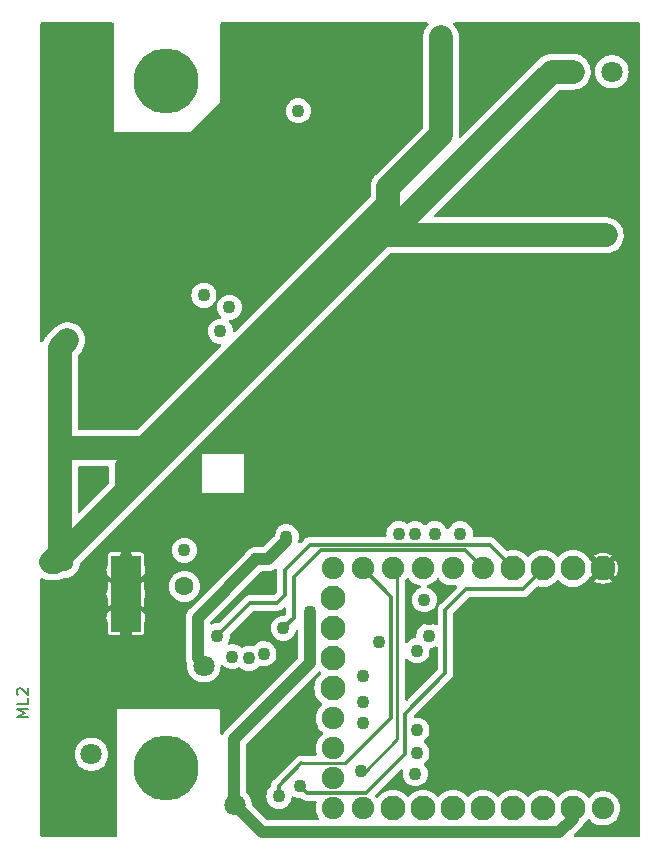
<source format=gbr>
%TF.GenerationSoftware,KiCad,Pcbnew,7.0.8*%
%TF.CreationDate,2024-06-11T21:18:20+02:00*%
%TF.ProjectId,Stima V4 GSM R1_1,5374696d-6120-4563-9420-47534d205231,rev?*%
%TF.SameCoordinates,Original*%
%TF.FileFunction,Copper,L3,Inr*%
%TF.FilePolarity,Positive*%
%FSLAX46Y46*%
G04 Gerber Fmt 4.6, Leading zero omitted, Abs format (unit mm)*
G04 Created by KiCad (PCBNEW 7.0.8) date 2024-06-11 21:18:20*
%MOMM*%
%LPD*%
G01*
G04 APERTURE LIST*
%ADD10C,0.150000*%
%TA.AperFunction,NonConductor*%
%ADD11C,0.150000*%
%TD*%
%TA.AperFunction,ComponentPad*%
%ADD12C,5.500000*%
%TD*%
%TA.AperFunction,ComponentPad*%
%ADD13C,1.900000*%
%TD*%
%TA.AperFunction,ComponentPad*%
%ADD14C,2.100000*%
%TD*%
%TA.AperFunction,ComponentPad*%
%ADD15C,0.500000*%
%TD*%
%TA.AperFunction,ComponentPad*%
%ADD16R,2.560000X6.500000*%
%TD*%
%TA.AperFunction,ViaPad*%
%ADD17C,1.600000*%
%TD*%
%TA.AperFunction,ViaPad*%
%ADD18C,1.800000*%
%TD*%
%TA.AperFunction,ViaPad*%
%ADD19C,1.100000*%
%TD*%
%TA.AperFunction,Conductor*%
%ADD20C,2.000000*%
%TD*%
%TA.AperFunction,Conductor*%
%ADD21C,1.000000*%
%TD*%
%TA.AperFunction,Conductor*%
%ADD22C,0.300000*%
%TD*%
%TA.AperFunction,Conductor*%
%ADD23C,0.250000*%
%TD*%
%TA.AperFunction,Conductor*%
%ADD24C,0.280000*%
%TD*%
G04 APERTURE END LIST*
D10*
D11*
X122018419Y-129241320D02*
X121018419Y-129241320D01*
X121018419Y-129241320D02*
X121732704Y-128907987D01*
X121732704Y-128907987D02*
X121018419Y-128574654D01*
X121018419Y-128574654D02*
X122018419Y-128574654D01*
X122018419Y-127622273D02*
X122018419Y-128098463D01*
X122018419Y-128098463D02*
X121018419Y-128098463D01*
X121113657Y-127336558D02*
X121066038Y-127288939D01*
X121066038Y-127288939D02*
X121018419Y-127193701D01*
X121018419Y-127193701D02*
X121018419Y-126955606D01*
X121018419Y-126955606D02*
X121066038Y-126860368D01*
X121066038Y-126860368D02*
X121113657Y-126812749D01*
X121113657Y-126812749D02*
X121208895Y-126765130D01*
X121208895Y-126765130D02*
X121304133Y-126765130D01*
X121304133Y-126765130D02*
X121446990Y-126812749D01*
X121446990Y-126812749D02*
X122018419Y-127384177D01*
X122018419Y-127384177D02*
X122018419Y-126765130D01*
D12*
%TO.N,unconnected-(A3-A-Pad1)*%
%TO.C,A3*%
X133705600Y-133515100D03*
%TD*%
D13*
%TO.N,+5V*%
%TO.C,U3*%
X170662600Y-136944100D03*
D14*
%TO.N,+3V3*%
X168122600Y-136944100D03*
%TO.N,unconnected-(U3-D7-Pad3)*%
X165582600Y-136944100D03*
%TO.N,unconnected-(U3-D8-Pad4)*%
X163042600Y-136944100D03*
%TO.N,unconnected-(U3-D9-Pad5)*%
X160502600Y-136944100D03*
%TO.N,unconnected-(U3-D10-Pad6)*%
X157962600Y-136944100D03*
%TO.N,unconnected-(U3-D11-Pad7)*%
X155422600Y-136944100D03*
%TO.N,unconnected-(U3-D12-Pad8)*%
X152882600Y-136944100D03*
D13*
%TO.N,unconnected-(U3-D13-Pad9)*%
X150342600Y-136944100D03*
%TO.N,unconnected-(U3-REF-Pad10)*%
X147802600Y-136944100D03*
%TO.N,unconnected-(U3-A0-Pad11)*%
X147802600Y-134404100D03*
%TO.N,unconnected-(U3-A1-Pad12)*%
X147802600Y-131864100D03*
%TO.N,unconnected-(U3-A2-Pad13)*%
X147802600Y-129324100D03*
D14*
%TO.N,unconnected-(U3-A3-Pad14)*%
X147802600Y-126784100D03*
%TO.N,unconnected-(U3-A4-Pad15)*%
X147802600Y-124244100D03*
%TO.N,unconnected-(U3-A5-Pad16)*%
X147802600Y-121704100D03*
%TO.N,unconnected-(U3-A6-Pad17)*%
X147802600Y-119164100D03*
D13*
%TO.N,unconnected-(U3-A7-Pad18)*%
X147802600Y-116624100D03*
%TO.N,/USART2_RX*%
X150342600Y-116624100D03*
%TO.N,/USART2_TX*%
X152882600Y-116624100D03*
%TO.N,unconnected-(U3-D2-Pad21)*%
X155422600Y-116624100D03*
%TO.N,unconnected-(U3-D3-Pad22)*%
X157962600Y-116624100D03*
%TO.N,/EN_PW_GSM*%
X160502600Y-116624100D03*
D14*
%TO.N,/PWRKEY*%
X163042600Y-116624100D03*
%TO.N,/RI*%
X165582600Y-116624100D03*
%TO.N,/RST*%
X168122600Y-116624100D03*
%TO.N,GND*%
X170662600Y-116624100D03*
%TD*%
D15*
%TO.N,*%
%TO.C,U5*%
X129387600Y-120815100D03*
X130276600Y-120815100D03*
X131165600Y-120815100D03*
X129387600Y-118783100D03*
X131165600Y-118783100D03*
X129387600Y-116751100D03*
X130276600Y-116751100D03*
X131165600Y-116751100D03*
D16*
%TO.N,GND*%
X130276600Y-118783100D03*
%TD*%
D12*
%TO.N,unconnected-(A4-A-Pad1)*%
%TO.C,A4*%
X133705600Y-75349100D03*
%TD*%
D17*
%TO.N,+3V8*%
X125069600Y-116116100D03*
D18*
X171426200Y-74585500D03*
D19*
X168122600Y-74587100D03*
X125323600Y-97320100D03*
X170916600Y-88430100D03*
D17*
X123926600Y-116116100D03*
D19*
X156946600Y-71666100D03*
D18*
%TO.N,+1V8*%
X136882200Y-124877500D03*
D19*
X141325600Y-115862100D03*
X143865600Y-113957100D03*
%TO.N,GND*%
X130276600Y-115608100D03*
D18*
X171426200Y-78649500D03*
D19*
X167614600Y-81572100D03*
X135039100Y-111734600D03*
X147548600Y-108877100D03*
X130276600Y-119799100D03*
X172821600Y-138341100D03*
X155930600Y-120942100D03*
X153390600Y-77381100D03*
X170789600Y-92875100D03*
X129768600Y-86271100D03*
X141833600Y-121577100D03*
X143103600Y-130848100D03*
X130276600Y-122085100D03*
X151485600Y-108877100D03*
D18*
X125960200Y-127036500D03*
D19*
X134975600Y-127927100D03*
X142468600Y-113576100D03*
X161264600Y-112687100D03*
X154914600Y-125260100D03*
X142468600Y-117386100D03*
X130276600Y-117767100D03*
X128371600Y-108750100D03*
X145897600Y-76365100D03*
X130276600Y-90589100D03*
X170662600Y-113830100D03*
%TO.N,+5V*%
X135229600Y-115100100D03*
D17*
X135229600Y-118148100D03*
D18*
X127357200Y-132370500D03*
%TO.N,+3V3*%
X139549200Y-136688500D03*
D19*
X145897600Y-120307100D03*
%TO.N,Net-(DZ5-TVS2)*%
X155549600Y-119291100D03*
X158597600Y-113703100D03*
X154914600Y-123609100D03*
%TO.N,Net-(DZ5-TVS1)*%
X154787600Y-134023100D03*
X155930600Y-122339100D03*
%TO.N,Net-(DZ5-TVS5)*%
X154914600Y-130340100D03*
X151739600Y-122847100D03*
%TO.N,/PWRKEY*%
X138023600Y-122339100D03*
%TO.N,Net-(U1-USIM_DATA)*%
X150342600Y-129705100D03*
X153390600Y-113703100D03*
%TO.N,Net-(U1-USIM_RTS)*%
X150342600Y-125768100D03*
X154787600Y-113703100D03*
%TO.N,/EN_PW_GSM*%
X143611600Y-121704100D03*
%TO.N,Net-(U1-USIM_CLK)*%
X150342600Y-127927100D03*
X156438600Y-113703100D03*
%TO.N,Net-(U1-USIM_DET)*%
X144881600Y-77889100D03*
X154914600Y-132245100D03*
%TO.N,Net-(U1-RXD)*%
X139293600Y-124117100D03*
X136880600Y-93510100D03*
%TO.N,Net-(U1-RI)*%
X141960600Y-123863100D03*
X139039600Y-94526100D03*
%TO.N,Net-(U1-TXD)*%
X138277600Y-96558100D03*
X140690600Y-124244100D03*
%TO.N,/USART2_RX*%
X143230600Y-135928100D03*
%TO.N,/USART2_TX*%
X150215600Y-133769100D03*
%TO.N,/RI*%
X145008600Y-135039100D03*
%TD*%
D20*
%TO.N,+3V8*%
X124307600Y-116116100D02*
X130340100Y-110083600D01*
X124688600Y-106464100D02*
X131800600Y-106464100D01*
X123926600Y-116116100D02*
X124688600Y-115354100D01*
X124688600Y-115354100D02*
X124688600Y-106464100D01*
X166344600Y-74587100D02*
X168122600Y-74587100D01*
X124688600Y-97955100D02*
X125323600Y-97320100D01*
X152501600Y-87922100D02*
X152501600Y-85763100D01*
X130340100Y-110083600D02*
X130340100Y-107924600D01*
X156946600Y-79921100D02*
X156946600Y-71666100D01*
X124688600Y-106464100D02*
X124688600Y-97955100D01*
X152501600Y-85763100D02*
X152501600Y-85509100D01*
X152501600Y-88430100D02*
X170916600Y-88430100D01*
X131800600Y-106464100D02*
X152501600Y-85763100D01*
X152501600Y-85763100D02*
X152501600Y-84366100D01*
X130340100Y-107924600D02*
X131800600Y-106464100D01*
X152501600Y-84366100D02*
X156946600Y-79921100D01*
X130340100Y-110083600D02*
X152501600Y-87922100D01*
X152501600Y-88430100D02*
X166344600Y-74587100D01*
X152501600Y-88430100D02*
X152501600Y-87922100D01*
X123926600Y-116116100D02*
X124307600Y-116116100D01*
D21*
%TO.N,+1V8*%
X143846470Y-113976230D02*
X143865600Y-113957100D01*
X143846470Y-114357230D02*
X143846470Y-113976230D01*
X136372600Y-124262860D02*
X136880600Y-124770860D01*
X142341600Y-115862100D02*
X143846470Y-114357230D01*
X136372600Y-124262860D02*
X136372600Y-120815100D01*
X136372600Y-120815100D02*
X141325600Y-115862100D01*
X141325600Y-115862100D02*
X142341600Y-115862100D01*
X136880600Y-124879100D02*
X136880600Y-124770860D01*
%TO.N,+3V3*%
X145897600Y-124625100D02*
X145897600Y-120307100D01*
X139420600Y-136563100D02*
X139420600Y-131102100D01*
X166979600Y-138976100D02*
X168122600Y-137833100D01*
X139547600Y-136690100D02*
X141833600Y-138976100D01*
X168122600Y-137833100D02*
X168122600Y-136944100D01*
X139420600Y-131102100D02*
X145897600Y-124625100D01*
X141833600Y-138976100D02*
X166979600Y-138976100D01*
X139420600Y-136563100D02*
X139547600Y-136690100D01*
D22*
%TO.N,/PWRKEY*%
X161068600Y-114650100D02*
X163042600Y-116624100D01*
X143103600Y-119545100D02*
X143738600Y-118910100D01*
X140817600Y-119545100D02*
X143103600Y-119545100D01*
X143738600Y-116751100D02*
X145839600Y-114650100D01*
X138023600Y-122339100D02*
X140817600Y-119545100D01*
X145839600Y-114650100D02*
X161068600Y-114650100D01*
X143738600Y-118910100D02*
X143738600Y-116751100D01*
%TO.N,/EN_PW_GSM*%
X146786600Y-115100100D02*
X158978600Y-115100100D01*
X144500600Y-117386100D02*
X146786600Y-115100100D01*
X143611600Y-121704100D02*
X144500600Y-120815100D01*
X144500600Y-120815100D02*
X144500600Y-117386100D01*
X158978600Y-115100100D02*
X160502600Y-116624100D01*
%TO.N,/USART2_RX*%
X143230600Y-135547100D02*
X143230600Y-135039100D01*
X143230600Y-135039100D02*
X145135600Y-133134100D01*
D23*
X145135600Y-133134100D02*
X148945600Y-133134100D01*
D22*
X148945600Y-133134100D02*
X152755600Y-129324100D01*
X152755600Y-129324100D02*
X152755600Y-119037100D01*
X150342600Y-116624100D02*
X152755600Y-119037100D01*
D24*
%TO.N,/USART2_TX*%
X152882600Y-116624100D02*
X153263600Y-117005100D01*
X153263600Y-131102100D02*
X153263600Y-117005100D01*
X150406100Y-133959600D02*
X153263600Y-131102100D01*
D22*
%TO.N,/RI*%
X159105600Y-118402100D02*
X163931600Y-118402100D01*
X157327600Y-120180100D02*
X159105600Y-118402100D01*
X145623600Y-135654100D02*
X150616600Y-135654100D01*
X150616600Y-135654100D02*
X153898600Y-132372100D01*
X153898600Y-128943100D02*
X157327600Y-125514100D01*
X145008600Y-135039100D02*
X145623600Y-135654100D01*
X153898600Y-132372100D02*
X153898600Y-128943100D01*
X163931600Y-118402100D02*
X165709600Y-116624100D01*
X157327600Y-125514100D02*
X157327600Y-120180100D01*
%TD*%
%TA.AperFunction,Conductor*%
%TO.N,GND*%
G36*
X130157081Y-118918009D02*
G01*
X130233466Y-118958100D01*
X130297847Y-118958100D01*
X130360360Y-118942692D01*
X130414842Y-118894424D01*
X130421436Y-118952944D01*
X130421438Y-118952952D01*
X130427998Y-118971699D01*
X130431559Y-119041478D01*
X130396830Y-119102105D01*
X130334836Y-119134332D01*
X130310956Y-119136653D01*
X130242244Y-119136653D01*
X130175205Y-119116968D01*
X130129450Y-119064164D01*
X130119506Y-118995006D01*
X130125202Y-118971699D01*
X130131713Y-118953090D01*
X130131762Y-118952950D01*
X130131763Y-118952944D01*
X130138699Y-118891379D01*
X130157081Y-118918009D01*
G37*
%TD.AperFunction*%
%TA.AperFunction,Conductor*%
G36*
X130377995Y-118449232D02*
G01*
X130423750Y-118502036D01*
X130433694Y-118571194D01*
X130427998Y-118594501D01*
X130421438Y-118613247D01*
X130421436Y-118613255D01*
X130414499Y-118674819D01*
X130396119Y-118648191D01*
X130319734Y-118608100D01*
X130255353Y-118608100D01*
X130192840Y-118623508D01*
X130138356Y-118671776D01*
X130131763Y-118613255D01*
X130131761Y-118613247D01*
X130125202Y-118594501D01*
X130121641Y-118524722D01*
X130156370Y-118464095D01*
X130218364Y-118431868D01*
X130242244Y-118429547D01*
X130310956Y-118429547D01*
X130377995Y-118449232D01*
G37*
%TD.AperFunction*%
%TA.AperFunction,Conductor*%
G36*
X173780639Y-70415785D02*
G01*
X173826394Y-70468589D01*
X173837600Y-70520100D01*
X173837600Y-139233100D01*
X173817915Y-139300139D01*
X173765111Y-139345894D01*
X173713600Y-139357100D01*
X168324195Y-139357100D01*
X168257156Y-139337415D01*
X168211401Y-139284611D01*
X168201457Y-139215453D01*
X168230482Y-139151897D01*
X168236514Y-139145419D01*
X168798544Y-138583388D01*
X168803013Y-138579338D01*
X168839168Y-138549668D01*
X168965195Y-138396104D01*
X169058841Y-138220904D01*
X169059306Y-138219370D01*
X169059771Y-138218659D01*
X169061171Y-138215280D01*
X169061808Y-138215544D01*
X169097434Y-138161075D01*
X169228033Y-138049533D01*
X169363316Y-137891137D01*
X169421820Y-137852947D01*
X169491687Y-137852448D01*
X169548832Y-137887689D01*
X169671395Y-138020827D01*
X169671405Y-138020836D01*
X169862133Y-138169286D01*
X169862139Y-138169290D01*
X169862142Y-138169292D01*
X170074719Y-138284333D01*
X170193429Y-138325086D01*
X170303328Y-138362815D01*
X170303330Y-138362815D01*
X170303332Y-138362816D01*
X170541745Y-138402600D01*
X170541746Y-138402600D01*
X170783454Y-138402600D01*
X170783455Y-138402600D01*
X171021868Y-138362816D01*
X171250481Y-138284333D01*
X171463058Y-138169292D01*
X171653801Y-138020831D01*
X171817506Y-137843000D01*
X171949709Y-137640649D01*
X172046803Y-137419297D01*
X172106139Y-137184984D01*
X172122153Y-136991721D01*
X172126099Y-136944105D01*
X172126099Y-136944094D01*
X172111971Y-136773600D01*
X172106139Y-136703216D01*
X172046803Y-136468903D01*
X171949709Y-136247551D01*
X171948010Y-136244951D01*
X171817507Y-136045202D01*
X171817506Y-136045200D01*
X171653801Y-135867369D01*
X171653796Y-135867365D01*
X171653794Y-135867363D01*
X171463066Y-135718913D01*
X171463060Y-135718909D01*
X171250482Y-135603867D01*
X171250473Y-135603864D01*
X171021871Y-135525384D01*
X170809565Y-135489957D01*
X170783455Y-135485600D01*
X170541745Y-135485600D01*
X170515635Y-135489957D01*
X170303328Y-135525384D01*
X170074726Y-135603864D01*
X170074717Y-135603867D01*
X169862139Y-135718909D01*
X169862133Y-135718913D01*
X169671405Y-135867363D01*
X169671401Y-135867367D01*
X169548832Y-136000511D01*
X169488945Y-136036501D01*
X169419107Y-136034400D01*
X169363314Y-135997060D01*
X169228033Y-135838667D01*
X169041496Y-135679348D01*
X169041493Y-135679346D01*
X168832330Y-135551171D01*
X168605687Y-135457293D01*
X168367153Y-135400027D01*
X168367154Y-135400027D01*
X168122600Y-135380781D01*
X167878045Y-135400027D01*
X167639512Y-135457293D01*
X167412869Y-135551171D01*
X167203706Y-135679346D01*
X167017167Y-135838667D01*
X166946890Y-135920950D01*
X166888383Y-135959143D01*
X166818515Y-135959641D01*
X166759469Y-135922287D01*
X166758310Y-135920950D01*
X166752927Y-135914647D01*
X166688033Y-135838667D01*
X166501496Y-135679348D01*
X166501493Y-135679346D01*
X166292330Y-135551171D01*
X166065687Y-135457293D01*
X165827153Y-135400027D01*
X165827154Y-135400027D01*
X165582600Y-135380781D01*
X165338045Y-135400027D01*
X165099512Y-135457293D01*
X164872869Y-135551171D01*
X164663706Y-135679346D01*
X164477167Y-135838667D01*
X164406890Y-135920950D01*
X164348383Y-135959143D01*
X164278515Y-135959641D01*
X164219469Y-135922287D01*
X164218310Y-135920950D01*
X164212927Y-135914647D01*
X164148033Y-135838667D01*
X163961496Y-135679348D01*
X163961493Y-135679346D01*
X163752330Y-135551171D01*
X163525687Y-135457293D01*
X163287153Y-135400027D01*
X163287154Y-135400027D01*
X163042600Y-135380781D01*
X162798045Y-135400027D01*
X162559512Y-135457293D01*
X162332869Y-135551171D01*
X162123706Y-135679346D01*
X161937167Y-135838667D01*
X161866890Y-135920950D01*
X161808383Y-135959143D01*
X161738515Y-135959641D01*
X161679469Y-135922287D01*
X161678310Y-135920950D01*
X161672927Y-135914647D01*
X161608033Y-135838667D01*
X161421496Y-135679348D01*
X161421493Y-135679346D01*
X161212330Y-135551171D01*
X160985687Y-135457293D01*
X160747153Y-135400027D01*
X160747154Y-135400027D01*
X160502600Y-135380781D01*
X160258045Y-135400027D01*
X160019512Y-135457293D01*
X159792869Y-135551171D01*
X159583706Y-135679346D01*
X159397167Y-135838667D01*
X159326890Y-135920950D01*
X159268383Y-135959143D01*
X159198515Y-135959641D01*
X159139469Y-135922287D01*
X159138310Y-135920950D01*
X159132927Y-135914647D01*
X159068033Y-135838667D01*
X158881496Y-135679348D01*
X158881493Y-135679346D01*
X158672330Y-135551171D01*
X158445687Y-135457293D01*
X158207153Y-135400027D01*
X158207154Y-135400027D01*
X157962600Y-135380781D01*
X157718045Y-135400027D01*
X157479512Y-135457293D01*
X157252869Y-135551171D01*
X157043706Y-135679346D01*
X156857167Y-135838667D01*
X156786890Y-135920950D01*
X156728383Y-135959143D01*
X156658515Y-135959641D01*
X156599469Y-135922287D01*
X156598310Y-135920950D01*
X156592927Y-135914647D01*
X156528033Y-135838667D01*
X156341496Y-135679348D01*
X156341493Y-135679346D01*
X156132330Y-135551171D01*
X155905687Y-135457293D01*
X155667153Y-135400027D01*
X155667154Y-135400027D01*
X155422600Y-135380781D01*
X155178045Y-135400027D01*
X154939512Y-135457293D01*
X154712869Y-135551171D01*
X154503706Y-135679346D01*
X154317167Y-135838667D01*
X154246890Y-135920950D01*
X154188383Y-135959143D01*
X154118515Y-135959641D01*
X154059469Y-135922287D01*
X154058310Y-135920950D01*
X154052927Y-135914647D01*
X153988033Y-135838667D01*
X153801496Y-135679348D01*
X153801493Y-135679346D01*
X153592330Y-135551171D01*
X153365687Y-135457293D01*
X153127153Y-135400027D01*
X153127154Y-135400027D01*
X152882600Y-135380781D01*
X152638045Y-135400027D01*
X152399512Y-135457293D01*
X152172869Y-135551171D01*
X151963706Y-135679346D01*
X151777167Y-135838667D01*
X151641886Y-135997059D01*
X151583379Y-136035252D01*
X151513511Y-136035750D01*
X151456367Y-136000511D01*
X151438322Y-135980909D01*
X151414759Y-135955313D01*
X151383837Y-135892661D01*
X151391697Y-135823235D01*
X151418305Y-135783653D01*
X153550283Y-133651675D01*
X153611604Y-133618192D01*
X153681296Y-133623176D01*
X153737229Y-133665048D01*
X153761646Y-133730512D01*
X153756623Y-133775352D01*
X153744414Y-133815597D01*
X153723978Y-134023100D01*
X153744414Y-134230600D01*
X153761525Y-134287006D01*
X153804941Y-134430131D01*
X153900372Y-134608669D01*
X153903233Y-134614020D01*
X154035505Y-134775194D01*
X154194185Y-134905419D01*
X154196683Y-134907469D01*
X154380569Y-135005759D01*
X154580098Y-135066285D01*
X154787600Y-135086722D01*
X154995102Y-135066285D01*
X155194631Y-135005759D01*
X155378517Y-134907469D01*
X155539694Y-134775194D01*
X155671969Y-134614017D01*
X155770259Y-134430131D01*
X155830785Y-134230602D01*
X155851222Y-134023100D01*
X155830785Y-133815598D01*
X155770259Y-133616069D01*
X155671969Y-133432183D01*
X155654022Y-133410314D01*
X155535830Y-133266297D01*
X155537850Y-133264638D01*
X155509806Y-133213279D01*
X155514790Y-133143587D01*
X155552305Y-133091070D01*
X155666694Y-132997194D01*
X155798969Y-132836017D01*
X155897259Y-132652131D01*
X155957785Y-132452602D01*
X155978222Y-132245100D01*
X155957785Y-132037598D01*
X155897259Y-131838069D01*
X155798969Y-131654183D01*
X155798966Y-131654179D01*
X155666694Y-131493005D01*
X155560161Y-131405577D01*
X155539295Y-131388452D01*
X155499962Y-131330708D01*
X155498091Y-131260863D01*
X155534278Y-131201095D01*
X155539296Y-131196747D01*
X155550798Y-131187308D01*
X155666694Y-131092194D01*
X155798969Y-130931017D01*
X155897259Y-130747131D01*
X155957785Y-130547602D01*
X155978222Y-130340100D01*
X155957785Y-130132598D01*
X155897259Y-129933069D01*
X155798969Y-129749183D01*
X155762791Y-129705100D01*
X155666694Y-129588005D01*
X155505520Y-129455733D01*
X155505518Y-129455732D01*
X155505517Y-129455731D01*
X155321631Y-129357441D01*
X155211700Y-129324094D01*
X155122100Y-129296914D01*
X154914600Y-129276478D01*
X154914599Y-129276478D01*
X154795687Y-129288189D01*
X154727041Y-129275170D01*
X154676331Y-129227104D01*
X154659657Y-129159254D01*
X154682314Y-129093159D01*
X154695847Y-129077111D01*
X157732140Y-126040817D01*
X157744809Y-126030669D01*
X157744663Y-126030493D01*
X157750669Y-126025522D01*
X157750680Y-126025516D01*
X157800560Y-125972398D01*
X157822526Y-125950433D01*
X157827088Y-125944551D01*
X157830880Y-125940110D01*
X157864572Y-125904233D01*
X157874975Y-125885308D01*
X157885661Y-125869040D01*
X157898904Y-125851969D01*
X157918450Y-125806799D01*
X157921010Y-125801570D01*
X157944724Y-125758437D01*
X157950096Y-125737509D01*
X157956396Y-125719109D01*
X157964979Y-125699277D01*
X157972677Y-125650671D01*
X157973857Y-125644965D01*
X157986100Y-125597288D01*
X157986100Y-125575681D01*
X157987627Y-125556280D01*
X157988595Y-125550169D01*
X157991006Y-125534949D01*
X157986375Y-125485958D01*
X157986100Y-125480120D01*
X157986100Y-120504222D01*
X158005785Y-120437183D01*
X158022419Y-120416541D01*
X159342041Y-119096919D01*
X159403364Y-119063434D01*
X159429722Y-119060600D01*
X163845209Y-119060600D01*
X163861346Y-119062381D01*
X163861368Y-119062154D01*
X163869134Y-119062888D01*
X163869136Y-119062887D01*
X163869137Y-119062888D01*
X163941942Y-119060600D01*
X163973032Y-119060600D01*
X163980423Y-119059666D01*
X163986251Y-119059207D01*
X164035431Y-119057662D01*
X164056183Y-119051632D01*
X164075221Y-119047690D01*
X164096664Y-119044982D01*
X164142434Y-119026860D01*
X164147948Y-119024973D01*
X164174475Y-119017265D01*
X164195200Y-119011245D01*
X164213796Y-119000246D01*
X164231264Y-118991689D01*
X164251356Y-118983735D01*
X164291182Y-118954798D01*
X164296041Y-118951606D01*
X164338407Y-118926553D01*
X164353690Y-118911268D01*
X164368473Y-118898642D01*
X164385957Y-118885941D01*
X164417331Y-118848014D01*
X164421245Y-118843713D01*
X165094392Y-118170566D01*
X165155713Y-118137083D01*
X165211013Y-118137674D01*
X165338043Y-118168172D01*
X165582600Y-118187419D01*
X165827157Y-118168172D01*
X166065692Y-118110905D01*
X166292332Y-118017027D01*
X166501496Y-117888852D01*
X166688033Y-117729533D01*
X166758311Y-117647247D01*
X166816817Y-117609056D01*
X166886685Y-117608558D01*
X166945731Y-117645911D01*
X166946834Y-117647185D01*
X167017167Y-117729533D01*
X167203704Y-117888852D01*
X167254563Y-117920018D01*
X167412869Y-118017028D01*
X167476750Y-118043488D01*
X167639508Y-118110905D01*
X167878043Y-118168172D01*
X168122600Y-118187419D01*
X168367157Y-118168172D01*
X168605692Y-118110905D01*
X168832332Y-118017027D01*
X169041496Y-117888852D01*
X169228033Y-117729533D01*
X169387352Y-117542996D01*
X169467927Y-117411507D01*
X169519735Y-117364635D01*
X169579457Y-117353688D01*
X170022459Y-116910686D01*
X170082280Y-117024666D01*
X170195005Y-117151906D01*
X170334905Y-117248471D01*
X170376141Y-117264110D01*
X169934254Y-117705997D01*
X170008105Y-117757709D01*
X170008113Y-117757713D01*
X170214895Y-117854137D01*
X170214909Y-117854142D01*
X170435292Y-117913193D01*
X170435303Y-117913195D01*
X170662598Y-117933081D01*
X170662602Y-117933081D01*
X170889896Y-117913195D01*
X170889907Y-117913193D01*
X171110290Y-117854142D01*
X171110304Y-117854137D01*
X171317086Y-117757713D01*
X171390943Y-117705996D01*
X170949057Y-117264110D01*
X170990295Y-117248471D01*
X171130195Y-117151906D01*
X171242920Y-117024666D01*
X171302740Y-116910687D01*
X171744496Y-117352443D01*
X171796213Y-117278586D01*
X171892637Y-117071804D01*
X171892642Y-117071790D01*
X171951693Y-116851407D01*
X171951695Y-116851396D01*
X171971581Y-116624102D01*
X171971581Y-116624097D01*
X171951695Y-116396803D01*
X171951693Y-116396792D01*
X171892642Y-116176409D01*
X171892638Y-116176400D01*
X171796212Y-115969612D01*
X171744496Y-115895754D01*
X171302739Y-116337511D01*
X171242920Y-116223534D01*
X171130195Y-116096294D01*
X170990295Y-115999729D01*
X170949057Y-115984089D01*
X171390944Y-115542202D01*
X171317090Y-115490488D01*
X171110299Y-115394061D01*
X171110290Y-115394057D01*
X170889907Y-115335006D01*
X170889896Y-115335004D01*
X170662602Y-115315119D01*
X170662598Y-115315119D01*
X170435303Y-115335004D01*
X170435292Y-115335006D01*
X170214909Y-115394057D01*
X170214900Y-115394061D01*
X170008106Y-115490491D01*
X169934255Y-115542201D01*
X169934254Y-115542202D01*
X170376142Y-115984089D01*
X170334905Y-115999729D01*
X170195005Y-116096294D01*
X170082280Y-116223534D01*
X170022460Y-116337512D01*
X169579345Y-115894397D01*
X169515956Y-115881657D01*
X169467924Y-115836687D01*
X169387352Y-115705204D01*
X169228033Y-115518667D01*
X169041496Y-115359348D01*
X169041493Y-115359346D01*
X168832330Y-115231171D01*
X168605687Y-115137293D01*
X168367153Y-115080027D01*
X168367154Y-115080027D01*
X168122600Y-115060781D01*
X167878045Y-115080027D01*
X167639512Y-115137293D01*
X167412869Y-115231171D01*
X167203706Y-115359346D01*
X167017167Y-115518667D01*
X166946890Y-115600950D01*
X166888383Y-115639143D01*
X166818515Y-115639641D01*
X166759469Y-115602287D01*
X166758310Y-115600950D01*
X166752927Y-115594647D01*
X166688033Y-115518667D01*
X166501496Y-115359348D01*
X166501493Y-115359346D01*
X166292330Y-115231171D01*
X166065687Y-115137293D01*
X165827153Y-115080027D01*
X165827154Y-115080027D01*
X165582600Y-115060781D01*
X165338045Y-115080027D01*
X165099512Y-115137293D01*
X164872869Y-115231171D01*
X164663706Y-115359346D01*
X164477167Y-115518667D01*
X164406890Y-115600950D01*
X164348383Y-115639143D01*
X164278515Y-115639641D01*
X164219469Y-115602287D01*
X164218310Y-115600950D01*
X164212927Y-115594647D01*
X164148033Y-115518667D01*
X163961496Y-115359348D01*
X163961493Y-115359346D01*
X163752330Y-115231171D01*
X163525687Y-115137293D01*
X163287153Y-115080027D01*
X163287154Y-115080027D01*
X163042600Y-115060781D01*
X162798045Y-115080027D01*
X162568605Y-115135110D01*
X162498822Y-115131619D01*
X162451977Y-115102217D01*
X161595317Y-114245557D01*
X161585164Y-114232885D01*
X161584988Y-114233031D01*
X161580019Y-114227026D01*
X161580016Y-114227020D01*
X161554354Y-114202922D01*
X161526915Y-114177154D01*
X161504933Y-114155172D01*
X161499039Y-114150601D01*
X161494602Y-114146811D01*
X161458733Y-114113128D01*
X161458731Y-114113126D01*
X161439800Y-114102719D01*
X161423548Y-114092044D01*
X161406468Y-114078796D01*
X161406464Y-114078794D01*
X161361302Y-114059250D01*
X161356055Y-114056680D01*
X161312937Y-114032975D01*
X161312938Y-114032975D01*
X161292011Y-114027602D01*
X161273606Y-114021301D01*
X161253774Y-114012719D01*
X161205169Y-114005021D01*
X161199447Y-114003836D01*
X161163227Y-113994537D01*
X161151788Y-113991600D01*
X161151787Y-113991600D01*
X161130181Y-113991600D01*
X161110783Y-113990073D01*
X161102203Y-113988714D01*
X161089449Y-113986694D01*
X161089448Y-113986694D01*
X161040455Y-113991325D01*
X161034619Y-113991600D01*
X159769620Y-113991600D01*
X159702581Y-113971915D01*
X159656826Y-113919111D01*
X159646217Y-113855446D01*
X159661222Y-113703100D01*
X159640785Y-113495598D01*
X159580259Y-113296069D01*
X159481969Y-113112183D01*
X159481966Y-113112179D01*
X159349694Y-112951005D01*
X159188520Y-112818733D01*
X159188518Y-112818732D01*
X159188517Y-112818731D01*
X159004631Y-112720441D01*
X158904866Y-112690178D01*
X158805100Y-112659914D01*
X158597600Y-112639478D01*
X158390099Y-112659914D01*
X158190566Y-112720442D01*
X158006679Y-112818733D01*
X157845505Y-112951005D01*
X157713233Y-113112179D01*
X157627458Y-113272651D01*
X157578495Y-113322495D01*
X157510357Y-113337955D01*
X157444678Y-113314123D01*
X157408742Y-113272651D01*
X157372584Y-113205005D01*
X157322969Y-113112183D01*
X157322966Y-113112179D01*
X157190694Y-112951005D01*
X157029520Y-112818733D01*
X157029518Y-112818732D01*
X157029517Y-112818731D01*
X156845631Y-112720441D01*
X156745866Y-112690178D01*
X156646100Y-112659914D01*
X156438600Y-112639478D01*
X156231099Y-112659914D01*
X156031566Y-112720442D01*
X155847679Y-112818733D01*
X155691765Y-112946689D01*
X155627455Y-112974002D01*
X155558587Y-112962211D01*
X155534435Y-112946689D01*
X155378520Y-112818733D01*
X155378518Y-112818732D01*
X155378517Y-112818731D01*
X155194631Y-112720441D01*
X155094866Y-112690178D01*
X154995100Y-112659914D01*
X154787600Y-112639478D01*
X154580099Y-112659914D01*
X154380566Y-112720442D01*
X154196679Y-112818733D01*
X154167765Y-112842463D01*
X154103455Y-112869776D01*
X154034587Y-112857985D01*
X154010435Y-112842463D01*
X153981520Y-112818733D01*
X153981518Y-112818732D01*
X153981517Y-112818731D01*
X153797631Y-112720441D01*
X153697866Y-112690178D01*
X153598100Y-112659914D01*
X153390600Y-112639478D01*
X153183099Y-112659914D01*
X152983566Y-112720442D01*
X152799679Y-112818733D01*
X152638505Y-112951005D01*
X152506233Y-113112179D01*
X152407942Y-113296066D01*
X152347414Y-113495599D01*
X152326978Y-113703099D01*
X152341983Y-113855446D01*
X152328964Y-113924092D01*
X152280899Y-113974802D01*
X152218580Y-113991600D01*
X145925991Y-113991600D01*
X145909848Y-113989817D01*
X145909827Y-113990045D01*
X145902065Y-113989311D01*
X145902063Y-113989311D01*
X145829240Y-113991600D01*
X145798168Y-113991600D01*
X145798164Y-113991600D01*
X145798154Y-113991601D01*
X145790767Y-113992534D01*
X145784950Y-113992991D01*
X145735774Y-113994537D01*
X145735763Y-113994539D01*
X145715022Y-114000564D01*
X145695982Y-114004507D01*
X145674546Y-114007216D01*
X145674531Y-114007219D01*
X145628778Y-114025333D01*
X145623254Y-114027224D01*
X145575999Y-114040955D01*
X145557408Y-114051950D01*
X145539939Y-114060508D01*
X145519846Y-114068464D01*
X145519845Y-114068464D01*
X145519844Y-114068465D01*
X145505625Y-114078796D01*
X145480033Y-114097389D01*
X145475150Y-114100596D01*
X145432792Y-114125646D01*
X145417513Y-114140926D01*
X145402727Y-114153555D01*
X145385243Y-114166259D01*
X145385241Y-114166261D01*
X145385240Y-114166262D01*
X145353871Y-114204178D01*
X145349939Y-114208499D01*
X145067608Y-114490830D01*
X145006285Y-114524315D01*
X144936593Y-114519331D01*
X144880660Y-114477459D01*
X144856243Y-114411995D01*
X144856523Y-114391001D01*
X144859850Y-114357230D01*
X144859850Y-114357227D01*
X144859850Y-114351138D01*
X144860631Y-114351138D01*
X144864682Y-114309990D01*
X144908785Y-114164602D01*
X144929222Y-113957100D01*
X144908785Y-113749598D01*
X144848259Y-113550069D01*
X144749969Y-113366183D01*
X144714115Y-113322495D01*
X144617694Y-113205005D01*
X144456520Y-113072733D01*
X144456518Y-113072732D01*
X144456517Y-113072731D01*
X144272631Y-112974441D01*
X144172866Y-112944178D01*
X144073100Y-112913914D01*
X143865600Y-112893478D01*
X143658099Y-112913914D01*
X143458566Y-112974442D01*
X143274679Y-113072733D01*
X143113505Y-113205005D01*
X142981233Y-113366179D01*
X142882942Y-113550066D01*
X142822414Y-113749598D01*
X142804317Y-113933342D01*
X142778156Y-113998129D01*
X142768595Y-114008868D01*
X141960185Y-114817281D01*
X141898862Y-114850766D01*
X141872504Y-114853600D01*
X141665838Y-114853600D01*
X141629844Y-114848261D01*
X141601379Y-114839626D01*
X141533100Y-114818914D01*
X141325600Y-114798478D01*
X141118099Y-114818914D01*
X140918566Y-114879442D01*
X140734679Y-114977733D01*
X140573505Y-115110005D01*
X140441231Y-115271181D01*
X140393573Y-115360341D01*
X140371897Y-115389567D01*
X135696677Y-120064787D01*
X135692167Y-120068875D01*
X135656032Y-120098531D01*
X135530006Y-120252094D01*
X135530005Y-120252096D01*
X135465595Y-120372600D01*
X135458041Y-120386730D01*
X135436358Y-120427295D01*
X135378691Y-120617396D01*
X135359220Y-120815100D01*
X135363801Y-120861617D01*
X135364100Y-120867697D01*
X135364100Y-124210261D01*
X135363801Y-124216341D01*
X135359220Y-124262859D01*
X135359220Y-124262860D01*
X135361877Y-124289836D01*
X135378691Y-124460562D01*
X135412848Y-124573159D01*
X135436360Y-124650668D01*
X135463543Y-124701523D01*
X135477785Y-124769926D01*
X135477762Y-124770214D01*
X135468873Y-124877504D01*
X135468873Y-124877505D01*
X135488148Y-125110122D01*
X135545451Y-125336407D01*
X135639215Y-125550168D01*
X135766886Y-125745584D01*
X135912934Y-125904233D01*
X135924980Y-125917318D01*
X136109183Y-126060690D01*
X136109185Y-126060691D01*
X136109188Y-126060693D01*
X136228531Y-126125277D01*
X136314473Y-126171787D01*
X136429114Y-126211143D01*
X136535245Y-126247579D01*
X136535247Y-126247579D01*
X136535249Y-126247580D01*
X136765488Y-126286000D01*
X136765489Y-126286000D01*
X136998911Y-126286000D01*
X136998912Y-126286000D01*
X137229151Y-126247580D01*
X137449927Y-126171787D01*
X137655217Y-126060690D01*
X137839420Y-125917318D01*
X137997514Y-125745583D01*
X138125184Y-125550169D01*
X138218949Y-125336407D01*
X138276251Y-125110126D01*
X138293437Y-124902718D01*
X138318590Y-124837537D01*
X138374992Y-124796299D01*
X138444735Y-124792101D01*
X138505677Y-124826275D01*
X138512866Y-124834297D01*
X138541505Y-124869194D01*
X138702679Y-125001466D01*
X138702683Y-125001469D01*
X138886569Y-125099759D01*
X139086098Y-125160285D01*
X139293600Y-125180722D01*
X139501102Y-125160285D01*
X139700631Y-125099759D01*
X139848034Y-125020969D01*
X139916435Y-125006728D01*
X139981679Y-125031727D01*
X139985151Y-125034475D01*
X140099679Y-125128466D01*
X140099683Y-125128469D01*
X140283569Y-125226759D01*
X140483098Y-125287285D01*
X140690600Y-125307722D01*
X140898102Y-125287285D01*
X141097631Y-125226759D01*
X141281517Y-125128469D01*
X141442694Y-124996194D01*
X141511082Y-124912862D01*
X141568827Y-124873528D01*
X141638672Y-124871657D01*
X141642927Y-124872865D01*
X141753098Y-124906285D01*
X141960600Y-124926722D01*
X142168102Y-124906285D01*
X142367631Y-124845759D01*
X142551517Y-124747469D01*
X142712694Y-124615194D01*
X142844969Y-124454017D01*
X142943259Y-124270131D01*
X143003785Y-124070602D01*
X143024222Y-123863100D01*
X143003785Y-123655598D01*
X142943259Y-123456069D01*
X142844969Y-123272183D01*
X142836154Y-123261442D01*
X142712694Y-123111005D01*
X142551520Y-122978733D01*
X142551518Y-122978732D01*
X142551517Y-122978731D01*
X142367631Y-122880441D01*
X142257720Y-122847100D01*
X142168100Y-122819914D01*
X141960600Y-122799478D01*
X141753099Y-122819914D01*
X141553566Y-122880442D01*
X141369679Y-122978733D01*
X141208507Y-123111003D01*
X141140116Y-123194338D01*
X141082369Y-123233672D01*
X141012525Y-123235541D01*
X141008269Y-123234333D01*
X140898100Y-123200914D01*
X140898101Y-123200914D01*
X140690600Y-123180478D01*
X140483099Y-123200914D01*
X140283564Y-123261442D01*
X140136166Y-123340229D01*
X140067763Y-123354471D01*
X140002520Y-123329471D01*
X139999048Y-123326724D01*
X139884520Y-123232733D01*
X139884518Y-123232732D01*
X139884517Y-123232731D01*
X139700631Y-123134441D01*
X139558064Y-123091194D01*
X139501100Y-123073914D01*
X139293600Y-123053478D01*
X139086097Y-123073915D01*
X139068165Y-123079354D01*
X138998298Y-123079975D01*
X138939187Y-123042725D01*
X138909598Y-122979429D01*
X138918926Y-122910185D01*
X138922801Y-122902267D01*
X139006259Y-122746131D01*
X139066785Y-122546602D01*
X139087222Y-122339100D01*
X139081102Y-122276967D01*
X139094120Y-122208324D01*
X139116821Y-122177137D01*
X141054041Y-120239919D01*
X141115364Y-120206434D01*
X141141722Y-120203600D01*
X143017209Y-120203600D01*
X143033346Y-120205381D01*
X143033368Y-120205154D01*
X143041134Y-120205888D01*
X143041136Y-120205887D01*
X143041137Y-120205888D01*
X143113942Y-120203600D01*
X143145032Y-120203600D01*
X143152423Y-120202666D01*
X143158251Y-120202207D01*
X143207431Y-120200662D01*
X143228183Y-120194632D01*
X143247221Y-120190690D01*
X143268664Y-120187982D01*
X143314434Y-120169860D01*
X143319948Y-120167973D01*
X143346475Y-120160265D01*
X143367200Y-120154245D01*
X143385796Y-120143246D01*
X143403264Y-120134689D01*
X143423356Y-120126735D01*
X143463182Y-120097798D01*
X143468041Y-120094606D01*
X143510407Y-120069553D01*
X143525690Y-120054268D01*
X143540473Y-120041642D01*
X143557957Y-120028941D01*
X143589331Y-119991014D01*
X143593246Y-119986712D01*
X143630420Y-119949538D01*
X143691744Y-119916054D01*
X143761435Y-119921040D01*
X143817368Y-119962912D01*
X143841784Y-120028377D01*
X143842100Y-120037221D01*
X143842100Y-120490976D01*
X143822415Y-120558015D01*
X143805780Y-120578659D01*
X143773562Y-120610876D01*
X143712238Y-120644360D01*
X143673730Y-120646596D01*
X143611602Y-120640478D01*
X143611600Y-120640478D01*
X143404099Y-120660914D01*
X143204566Y-120721442D01*
X143020679Y-120819733D01*
X142859505Y-120952005D01*
X142727233Y-121113179D01*
X142628942Y-121297066D01*
X142568414Y-121496599D01*
X142547978Y-121704100D01*
X142568414Y-121911600D01*
X142579655Y-121948657D01*
X142628941Y-122111131D01*
X142706471Y-122256179D01*
X142727233Y-122295020D01*
X142859505Y-122456194D01*
X142993201Y-122565915D01*
X143020683Y-122588469D01*
X143204569Y-122686759D01*
X143404098Y-122747285D01*
X143611600Y-122767722D01*
X143819102Y-122747285D01*
X144018631Y-122686759D01*
X144202517Y-122588469D01*
X144363694Y-122456194D01*
X144495969Y-122295017D01*
X144594259Y-122111131D01*
X144646439Y-121939112D01*
X144684737Y-121880675D01*
X144748549Y-121852219D01*
X144817616Y-121862779D01*
X144870010Y-121909003D01*
X144889100Y-121975109D01*
X144889100Y-124156003D01*
X144869415Y-124223042D01*
X144852781Y-124243684D01*
X138744677Y-130351787D01*
X138740167Y-130355875D01*
X138704032Y-130385531D01*
X138578006Y-130539094D01*
X138528375Y-130631948D01*
X138510958Y-130664533D01*
X138461995Y-130714377D01*
X138393857Y-130729837D01*
X138328177Y-130706005D01*
X138285809Y-130650446D01*
X138277600Y-130606079D01*
X138277600Y-128689100D01*
X138150600Y-128562100D01*
X129514600Y-128562100D01*
X129514600Y-139233100D01*
X129494915Y-139300139D01*
X129442111Y-139345894D01*
X129390600Y-139357100D01*
X123161600Y-139357100D01*
X123094561Y-139337415D01*
X123048806Y-139284611D01*
X123037600Y-139233100D01*
X123037600Y-132370505D01*
X125943873Y-132370505D01*
X125963148Y-132603122D01*
X126020451Y-132829407D01*
X126114215Y-133043168D01*
X126241886Y-133238584D01*
X126399976Y-133410314D01*
X126399980Y-133410318D01*
X126584183Y-133553690D01*
X126584185Y-133553691D01*
X126584188Y-133553693D01*
X126699444Y-133616066D01*
X126789473Y-133664787D01*
X126904114Y-133704143D01*
X127010245Y-133740579D01*
X127010247Y-133740579D01*
X127010249Y-133740580D01*
X127240488Y-133779000D01*
X127240489Y-133779000D01*
X127473911Y-133779000D01*
X127473912Y-133779000D01*
X127704151Y-133740580D01*
X127924927Y-133664787D01*
X128130217Y-133553690D01*
X128314420Y-133410318D01*
X128472514Y-133238583D01*
X128600184Y-133043169D01*
X128693949Y-132829407D01*
X128751251Y-132603126D01*
X128763724Y-132452600D01*
X128770527Y-132370505D01*
X128770527Y-132370494D01*
X128757676Y-132215416D01*
X128751251Y-132137874D01*
X128693949Y-131911593D01*
X128600184Y-131697831D01*
X128472514Y-131502417D01*
X128472513Y-131502415D01*
X128314423Y-131330685D01*
X128314422Y-131330684D01*
X128314420Y-131330682D01*
X128130217Y-131187310D01*
X128130215Y-131187309D01*
X128130214Y-131187308D01*
X128130211Y-131187306D01*
X127924933Y-131076216D01*
X127924930Y-131076215D01*
X127924927Y-131076213D01*
X127924921Y-131076211D01*
X127924919Y-131076210D01*
X127704154Y-131000420D01*
X127531471Y-130971605D01*
X127473912Y-130962000D01*
X127240488Y-130962000D01*
X127194440Y-130969684D01*
X127010245Y-131000420D01*
X126789480Y-131076210D01*
X126789466Y-131076216D01*
X126584188Y-131187306D01*
X126584185Y-131187308D01*
X126399981Y-131330681D01*
X126399976Y-131330685D01*
X126241886Y-131502415D01*
X126114215Y-131697831D01*
X126020451Y-131911592D01*
X125963148Y-132137877D01*
X125943873Y-132370494D01*
X125943873Y-132370505D01*
X123037600Y-132370505D01*
X123037600Y-120815103D01*
X128624301Y-120815103D01*
X128643436Y-120984944D01*
X128643437Y-120984949D01*
X128699891Y-121146285D01*
X128723593Y-121184005D01*
X128742600Y-121249978D01*
X128742600Y-122058114D01*
X128757337Y-122132206D01*
X128757338Y-122132209D01*
X128813476Y-122216223D01*
X128897495Y-122272363D01*
X128897496Y-122272364D01*
X128971580Y-122287099D01*
X131581614Y-122287099D01*
X131655706Y-122272362D01*
X131655709Y-122272361D01*
X131739723Y-122216223D01*
X131795863Y-122132204D01*
X131795864Y-122132203D01*
X131810599Y-122058121D01*
X131810599Y-121249978D01*
X131829605Y-121184007D01*
X131853309Y-121146283D01*
X131892837Y-121033317D01*
X131909760Y-120984957D01*
X131909763Y-120984944D01*
X131928899Y-120815103D01*
X131928899Y-120815096D01*
X131909763Y-120645255D01*
X131909762Y-120645250D01*
X131893462Y-120598667D01*
X131853309Y-120483917D01*
X131762371Y-120339191D01*
X131641509Y-120218329D01*
X131641508Y-120218328D01*
X131496782Y-120127390D01*
X131335447Y-120070937D01*
X131335442Y-120070936D01*
X131238183Y-120059978D01*
X131173769Y-120032911D01*
X131164386Y-120024439D01*
X130874393Y-119734446D01*
X130840908Y-119673123D01*
X130845892Y-119603431D01*
X130887764Y-119547498D01*
X130953228Y-119523081D01*
X130989665Y-119525874D01*
X130995749Y-119527262D01*
X131165596Y-119546399D01*
X131165600Y-119546399D01*
X131165603Y-119546399D01*
X131233366Y-119538763D01*
X131311040Y-119530012D01*
X131379861Y-119542066D01*
X131412604Y-119565551D01*
X131810598Y-119963546D01*
X131810599Y-119963545D01*
X131810599Y-119217978D01*
X131829605Y-119152007D01*
X131853309Y-119114283D01*
X131893211Y-119000251D01*
X131909760Y-118952957D01*
X131909763Y-118952944D01*
X131928899Y-118783103D01*
X131928899Y-118783096D01*
X131909763Y-118613255D01*
X131909762Y-118613250D01*
X131883782Y-118539005D01*
X131853309Y-118451917D01*
X131851622Y-118449232D01*
X131829605Y-118414192D01*
X131810599Y-118348220D01*
X131810599Y-118148101D01*
X133916102Y-118148101D01*
X133936056Y-118376181D01*
X133936057Y-118376189D01*
X133995314Y-118597338D01*
X133995318Y-118597349D01*
X134052132Y-118719187D01*
X134092077Y-118804849D01*
X134223402Y-118992400D01*
X134385300Y-119154298D01*
X134572851Y-119285623D01*
X134584597Y-119291100D01*
X134780350Y-119382381D01*
X134780352Y-119382381D01*
X134780357Y-119382384D01*
X135001513Y-119441643D01*
X135164432Y-119455896D01*
X135229598Y-119461598D01*
X135229600Y-119461598D01*
X135229602Y-119461598D01*
X135286621Y-119456609D01*
X135457687Y-119441643D01*
X135678843Y-119382384D01*
X135886349Y-119285623D01*
X136073900Y-119154298D01*
X136235798Y-118992400D01*
X136367123Y-118804849D01*
X136463884Y-118597343D01*
X136523143Y-118376187D01*
X136543098Y-118148100D01*
X136523143Y-117920013D01*
X136463884Y-117698857D01*
X136437922Y-117643182D01*
X136419012Y-117602628D01*
X136367123Y-117491351D01*
X136235798Y-117303800D01*
X136073900Y-117141902D01*
X135886349Y-117010577D01*
X135886345Y-117010575D01*
X135678849Y-116913818D01*
X135678838Y-116913814D01*
X135457689Y-116854557D01*
X135457681Y-116854556D01*
X135229602Y-116834602D01*
X135229598Y-116834602D01*
X135001518Y-116854556D01*
X135001510Y-116854557D01*
X134780361Y-116913814D01*
X134780350Y-116913818D01*
X134572854Y-117010575D01*
X134572852Y-117010576D01*
X134572851Y-117010577D01*
X134385300Y-117141902D01*
X134385298Y-117141903D01*
X134385295Y-117141906D01*
X134223406Y-117303795D01*
X134223403Y-117303798D01*
X134223402Y-117303800D01*
X134159391Y-117395217D01*
X134092076Y-117491352D01*
X134092075Y-117491354D01*
X133995318Y-117698850D01*
X133995314Y-117698861D01*
X133936057Y-117920010D01*
X133936056Y-117920018D01*
X133916102Y-118148098D01*
X133916102Y-118148101D01*
X131810599Y-118148101D01*
X131810599Y-117602653D01*
X131810598Y-117602652D01*
X131412603Y-118000648D01*
X131351280Y-118034133D01*
X131311039Y-118036187D01*
X131165604Y-118019801D01*
X131165596Y-118019801D01*
X130995747Y-118038937D01*
X130989653Y-118040328D01*
X130919915Y-118036047D01*
X130863561Y-117994743D01*
X130838485Y-117929528D01*
X130852646Y-117861109D01*
X130874392Y-117831753D01*
X131164386Y-117541759D01*
X131225709Y-117508274D01*
X131238152Y-117506224D01*
X131335450Y-117495262D01*
X131496783Y-117438809D01*
X131641509Y-117347871D01*
X131762371Y-117227009D01*
X131853309Y-117082283D01*
X131909762Y-116920950D01*
X131914885Y-116875480D01*
X131928899Y-116751103D01*
X131928899Y-116751096D01*
X131909763Y-116581255D01*
X131909762Y-116581250D01*
X131894326Y-116537137D01*
X131853309Y-116419917D01*
X131843090Y-116403653D01*
X131829605Y-116382192D01*
X131810599Y-116316220D01*
X131810599Y-115508085D01*
X131795862Y-115433993D01*
X131795861Y-115433990D01*
X131739723Y-115349976D01*
X131655704Y-115293836D01*
X131655703Y-115293835D01*
X131581619Y-115279100D01*
X128971585Y-115279100D01*
X128897493Y-115293837D01*
X128897490Y-115293838D01*
X128813476Y-115349976D01*
X128757336Y-115433995D01*
X128757335Y-115433996D01*
X128742600Y-115508078D01*
X128742600Y-116316221D01*
X128723594Y-116382193D01*
X128699891Y-116419915D01*
X128643437Y-116581250D01*
X128643436Y-116581255D01*
X128624301Y-116751096D01*
X128624301Y-116751103D01*
X128643436Y-116920944D01*
X128643437Y-116920949D01*
X128674800Y-117010577D01*
X128699891Y-117082283D01*
X128790829Y-117227009D01*
X128911691Y-117347871D01*
X129056417Y-117438809D01*
X129217750Y-117495262D01*
X129315018Y-117506221D01*
X129379427Y-117533285D01*
X129388812Y-117541759D01*
X129678806Y-117831753D01*
X129712291Y-117893076D01*
X129707307Y-117962768D01*
X129665435Y-118018701D01*
X129599971Y-118043118D01*
X129563541Y-118040327D01*
X129557450Y-118038937D01*
X129387604Y-118019801D01*
X129387596Y-118019801D01*
X129242159Y-118036187D01*
X129173337Y-118024132D01*
X129140595Y-118000648D01*
X128742600Y-117602652D01*
X128742600Y-118348222D01*
X128723594Y-118414194D01*
X128699889Y-118451920D01*
X128643439Y-118613242D01*
X128643436Y-118613255D01*
X128624301Y-118783096D01*
X128624301Y-118783103D01*
X128643436Y-118952944D01*
X128643437Y-118952949D01*
X128699891Y-119114285D01*
X128723593Y-119152005D01*
X128742600Y-119217978D01*
X128742600Y-119963546D01*
X129140594Y-119565551D01*
X129201917Y-119532066D01*
X129242158Y-119530012D01*
X129289299Y-119535323D01*
X129387597Y-119546399D01*
X129387600Y-119546399D01*
X129387604Y-119546399D01*
X129533042Y-119530012D01*
X129557450Y-119527262D01*
X129557451Y-119527261D01*
X129563529Y-119525875D01*
X129633268Y-119530146D01*
X129689626Y-119571444D01*
X129714711Y-119636655D01*
X129700558Y-119705076D01*
X129678805Y-119734446D01*
X129388812Y-120024439D01*
X129327489Y-120057924D01*
X129315015Y-120059978D01*
X129217757Y-120070936D01*
X129217752Y-120070937D01*
X129056417Y-120127390D01*
X128911691Y-120218328D01*
X128790828Y-120339191D01*
X128699891Y-120483916D01*
X128643437Y-120645250D01*
X128643436Y-120645255D01*
X128624301Y-120815096D01*
X128624301Y-120815103D01*
X123037600Y-120815103D01*
X123037600Y-117558493D01*
X123057285Y-117491454D01*
X123110089Y-117445699D01*
X123179247Y-117435755D01*
X123221424Y-117449879D01*
X123265847Y-117474348D01*
X123303816Y-117495262D01*
X123305478Y-117496177D01*
X123315755Y-117499839D01*
X123323746Y-117503339D01*
X123333395Y-117508404D01*
X123434470Y-117542148D01*
X123534901Y-117577940D01*
X123545621Y-117579904D01*
X123554082Y-117582081D01*
X123558823Y-117583663D01*
X123564418Y-117585531D01*
X123564426Y-117585532D01*
X123564429Y-117585533D01*
X123669622Y-117602628D01*
X123774470Y-117621842D01*
X123777551Y-117621903D01*
X123785360Y-117622061D01*
X123794071Y-117622852D01*
X123804821Y-117624600D01*
X123911389Y-117624600D01*
X123913339Y-117624639D01*
X124017977Y-117626747D01*
X124023708Y-117625933D01*
X124028768Y-117625216D01*
X124037489Y-117624600D01*
X124292389Y-117624600D01*
X124294413Y-117624640D01*
X124398977Y-117626747D01*
X124472560Y-117616304D01*
X124476285Y-117615890D01*
X124550368Y-117609910D01*
X124591773Y-117599704D01*
X124597906Y-117598516D01*
X124603568Y-117597712D01*
X124640118Y-117592526D01*
X124711067Y-117570416D01*
X124714651Y-117569416D01*
X124786848Y-117551623D01*
X124826102Y-117534896D01*
X124831934Y-117532752D01*
X124872648Y-117520067D01*
X124939141Y-117486858D01*
X124942512Y-117485299D01*
X125010916Y-117456156D01*
X125024771Y-117447393D01*
X125080241Y-117428667D01*
X125083053Y-117428421D01*
X125297687Y-117409643D01*
X125518843Y-117350384D01*
X125726349Y-117253623D01*
X125913900Y-117122298D01*
X126075798Y-116960400D01*
X126207123Y-116772849D01*
X126303884Y-116565343D01*
X126363143Y-116344187D01*
X126373618Y-116224446D01*
X126399070Y-116159380D01*
X126409457Y-116147582D01*
X127456939Y-115100100D01*
X134165978Y-115100100D01*
X134186414Y-115307600D01*
X134186415Y-115307602D01*
X134246941Y-115507131D01*
X134297803Y-115602287D01*
X134345233Y-115691020D01*
X134477505Y-115852194D01*
X134638679Y-115984466D01*
X134638683Y-115984469D01*
X134822569Y-116082759D01*
X135022098Y-116143285D01*
X135229600Y-116163722D01*
X135437102Y-116143285D01*
X135636631Y-116082759D01*
X135820517Y-115984469D01*
X135981694Y-115852194D01*
X136113969Y-115691017D01*
X136212259Y-115507131D01*
X136272785Y-115307602D01*
X136293222Y-115100100D01*
X136272785Y-114892598D01*
X136212259Y-114693069D01*
X136113969Y-114509183D01*
X136034209Y-114411995D01*
X135981694Y-114348005D01*
X135820520Y-114215733D01*
X135820518Y-114215732D01*
X135820517Y-114215731D01*
X135636631Y-114117441D01*
X135475178Y-114068465D01*
X135437100Y-114056914D01*
X135229600Y-114036478D01*
X135022099Y-114056914D01*
X134822566Y-114117442D01*
X134638679Y-114215733D01*
X134477505Y-114348005D01*
X134345233Y-114509179D01*
X134246942Y-114693066D01*
X134186414Y-114892599D01*
X134165978Y-115100100D01*
X127456939Y-115100100D01*
X131396015Y-111161025D01*
X131472902Y-111087175D01*
X131479450Y-111078460D01*
X131485166Y-111071873D01*
X135584940Y-106972100D01*
X136753600Y-106972100D01*
X136753600Y-110274100D01*
X140309600Y-110274100D01*
X140309600Y-106972100D01*
X136753600Y-106972100D01*
X135584940Y-106972100D01*
X152582123Y-89974919D01*
X152643446Y-89941434D01*
X152669804Y-89938600D01*
X170977398Y-89938600D01*
X171068382Y-89931255D01*
X171159368Y-89923910D01*
X171395848Y-89865623D01*
X171619916Y-89770156D01*
X171825768Y-89639983D01*
X172008074Y-89478475D01*
X172162110Y-89289814D01*
X172283889Y-89078887D01*
X172370256Y-88851157D01*
X172418974Y-88612521D01*
X172428781Y-88369161D01*
X172399423Y-88127380D01*
X172399423Y-88127378D01*
X172331662Y-87893443D01*
X172331661Y-87893438D01*
X172227250Y-87673396D01*
X172227249Y-87673395D01*
X172227248Y-87673392D01*
X172088892Y-87472951D01*
X172088891Y-87472950D01*
X171920177Y-87297299D01*
X171725470Y-87150986D01*
X171725466Y-87150983D01*
X171725465Y-87150983D01*
X171698646Y-87136907D01*
X171509807Y-87037796D01*
X171509803Y-87037795D01*
X171278782Y-86960668D01*
X171038382Y-86921600D01*
X171038379Y-86921600D01*
X156442803Y-86921600D01*
X156375764Y-86901915D01*
X156330009Y-86849111D01*
X156320065Y-86779953D01*
X156349090Y-86716397D01*
X156355122Y-86709919D01*
X166933122Y-76131919D01*
X166994445Y-76098434D01*
X167020803Y-76095600D01*
X168183398Y-76095600D01*
X168274382Y-76088255D01*
X168365368Y-76080910D01*
X168601848Y-76022623D01*
X168825916Y-75927156D01*
X169031768Y-75796983D01*
X169214074Y-75635475D01*
X169368110Y-75446814D01*
X169442635Y-75317731D01*
X169489884Y-75235896D01*
X169489885Y-75235893D01*
X169489889Y-75235887D01*
X169576256Y-75008157D01*
X169624974Y-74769521D01*
X169632390Y-74585505D01*
X170012873Y-74585505D01*
X170032148Y-74818122D01*
X170089451Y-75044407D01*
X170183215Y-75258168D01*
X170310886Y-75453584D01*
X170468976Y-75625314D01*
X170468980Y-75625318D01*
X170653183Y-75768690D01*
X170653185Y-75768691D01*
X170653188Y-75768693D01*
X170705460Y-75796981D01*
X170858473Y-75879787D01*
X170973114Y-75919143D01*
X171079245Y-75955579D01*
X171079247Y-75955579D01*
X171079249Y-75955580D01*
X171309488Y-75994000D01*
X171309489Y-75994000D01*
X171542911Y-75994000D01*
X171542912Y-75994000D01*
X171773151Y-75955580D01*
X171993927Y-75879787D01*
X172199217Y-75768690D01*
X172383420Y-75625318D01*
X172541514Y-75453583D01*
X172669184Y-75258169D01*
X172762949Y-75044407D01*
X172820251Y-74818126D01*
X172839527Y-74585500D01*
X172820251Y-74352874D01*
X172762949Y-74126593D01*
X172669184Y-73912831D01*
X172541514Y-73717417D01*
X172541513Y-73717415D01*
X172383423Y-73545685D01*
X172383422Y-73545684D01*
X172383420Y-73545682D01*
X172199217Y-73402310D01*
X172199215Y-73402309D01*
X172199214Y-73402308D01*
X172199211Y-73402306D01*
X171993933Y-73291216D01*
X171993930Y-73291215D01*
X171993927Y-73291213D01*
X171993921Y-73291211D01*
X171993919Y-73291210D01*
X171773154Y-73215420D01*
X171579659Y-73183132D01*
X171542912Y-73177000D01*
X171309488Y-73177000D01*
X171272741Y-73183132D01*
X171079245Y-73215420D01*
X170858480Y-73291210D01*
X170858466Y-73291216D01*
X170653188Y-73402306D01*
X170653185Y-73402308D01*
X170468981Y-73545681D01*
X170468976Y-73545685D01*
X170310886Y-73717415D01*
X170183215Y-73912831D01*
X170089451Y-74126592D01*
X170032148Y-74352877D01*
X170012873Y-74585494D01*
X170012873Y-74585505D01*
X169632390Y-74585505D01*
X169634781Y-74526161D01*
X169605423Y-74284380D01*
X169605423Y-74284378D01*
X169567221Y-74152494D01*
X169537661Y-74050438D01*
X169433250Y-73830396D01*
X169433249Y-73830395D01*
X169433248Y-73830392D01*
X169294892Y-73629951D01*
X169294891Y-73629950D01*
X169126177Y-73454299D01*
X168931470Y-73307986D01*
X168931466Y-73307983D01*
X168931465Y-73307983D01*
X168899507Y-73291210D01*
X168715807Y-73194796D01*
X168715803Y-73194795D01*
X168484782Y-73117668D01*
X168244382Y-73078600D01*
X168244379Y-73078600D01*
X166359782Y-73078600D01*
X166253222Y-73076454D01*
X166253221Y-73076454D01*
X166253217Y-73076454D01*
X166253214Y-73076454D01*
X166179654Y-73086892D01*
X166175934Y-73087306D01*
X166101832Y-73093289D01*
X166060425Y-73103494D01*
X166054299Y-73104681D01*
X166012085Y-73110672D01*
X165941135Y-73132780D01*
X165937529Y-73133785D01*
X165865359Y-73151574D01*
X165865354Y-73151576D01*
X165826113Y-73168294D01*
X165820258Y-73170447D01*
X165813746Y-73172477D01*
X165779551Y-73183132D01*
X165713059Y-73216338D01*
X165709662Y-73217909D01*
X165641287Y-73247042D01*
X165605242Y-73269833D01*
X165599809Y-73272897D01*
X165561654Y-73291954D01*
X165501344Y-73335401D01*
X165498243Y-73337495D01*
X165435438Y-73377212D01*
X165403513Y-73405494D01*
X165398638Y-73409392D01*
X165364045Y-73434314D01*
X165311503Y-73486855D01*
X165308777Y-73489421D01*
X165253132Y-73538718D01*
X165253120Y-73538730D01*
X165226143Y-73571770D01*
X165221957Y-73576400D01*
X158666781Y-80131576D01*
X158605458Y-80165061D01*
X158535766Y-80160077D01*
X158479833Y-80118205D01*
X158455416Y-80052741D01*
X158455100Y-80043895D01*
X158455100Y-79968576D01*
X158455213Y-79964832D01*
X158455618Y-79958134D01*
X158459702Y-79890625D01*
X158455413Y-79848183D01*
X158455100Y-79841950D01*
X158455100Y-71605302D01*
X158440410Y-71423332D01*
X158382122Y-71186849D01*
X158286660Y-70962792D01*
X158286658Y-70962789D01*
X158286656Y-70962784D01*
X158156483Y-70756932D01*
X158072846Y-70662525D01*
X158019516Y-70602327D01*
X157989794Y-70539094D01*
X157998978Y-70469830D01*
X158044150Y-70416527D01*
X158110969Y-70396107D01*
X158112331Y-70396100D01*
X173713600Y-70396100D01*
X173780639Y-70415785D01*
G37*
%TD.AperFunction*%
%TA.AperFunction,Conductor*%
G36*
X146694399Y-125357047D02*
G01*
X146731597Y-125378939D01*
X146779450Y-125419810D01*
X146817643Y-125478318D01*
X146818141Y-125548185D01*
X146780787Y-125607231D01*
X146779450Y-125608390D01*
X146697167Y-125678667D01*
X146537846Y-125865206D01*
X146409671Y-126074369D01*
X146315793Y-126301012D01*
X146258527Y-126539545D01*
X146239281Y-126784100D01*
X146258527Y-127028654D01*
X146315793Y-127267187D01*
X146409671Y-127493830D01*
X146537846Y-127702993D01*
X146537848Y-127702996D01*
X146697167Y-127889533D01*
X146855217Y-128024522D01*
X146893410Y-128083028D01*
X146893908Y-128152896D01*
X146856554Y-128211942D01*
X146850848Y-128216664D01*
X146811401Y-128247367D01*
X146647695Y-128425198D01*
X146647692Y-128425202D01*
X146515491Y-128627549D01*
X146418397Y-128848902D01*
X146359060Y-129083219D01*
X146339101Y-129324094D01*
X146339101Y-129324105D01*
X146359060Y-129564980D01*
X146418397Y-129799297D01*
X146515491Y-130020650D01*
X146575259Y-130112131D01*
X146647694Y-130223000D01*
X146811399Y-130400831D01*
X146933989Y-130496247D01*
X146974802Y-130552957D01*
X146978477Y-130622730D01*
X146943846Y-130683413D01*
X146933994Y-130691949D01*
X146811399Y-130787369D01*
X146797274Y-130802712D01*
X146647695Y-130965198D01*
X146647692Y-130965202D01*
X146515491Y-131167549D01*
X146418397Y-131388902D01*
X146359060Y-131623219D01*
X146339101Y-131864094D01*
X146339101Y-131864105D01*
X146359060Y-132104980D01*
X146419656Y-132344269D01*
X146417762Y-132344748D01*
X146420527Y-132406146D01*
X146385436Y-132466564D01*
X146323251Y-132498420D01*
X146300099Y-132500600D01*
X145333831Y-132500600D01*
X145306780Y-132497613D01*
X145198063Y-132473311D01*
X145031768Y-132478537D01*
X145031767Y-132478538D01*
X144872004Y-132524953D01*
X144871998Y-132524955D01*
X144728795Y-132609645D01*
X144728787Y-132609651D01*
X142826053Y-134512385D01*
X142813385Y-134522535D01*
X142813531Y-134522711D01*
X142807520Y-134527683D01*
X142757653Y-134580786D01*
X142735672Y-134602767D01*
X142731092Y-134608669D01*
X142727308Y-134613098D01*
X142693629Y-134648965D01*
X142693624Y-134648972D01*
X142683218Y-134667900D01*
X142672542Y-134684154D01*
X142659295Y-134701233D01*
X142639750Y-134746397D01*
X142637180Y-134751643D01*
X142613476Y-134794761D01*
X142608102Y-134815689D01*
X142601803Y-134834087D01*
X142593219Y-134853925D01*
X142585523Y-134902520D01*
X142584338Y-134908243D01*
X142572100Y-134955909D01*
X142572100Y-134977513D01*
X142570574Y-134996908D01*
X142567194Y-135018251D01*
X142567193Y-135018256D01*
X142568439Y-135031434D01*
X142555148Y-135100028D01*
X142523655Y-135138951D01*
X142478506Y-135176004D01*
X142346233Y-135337179D01*
X142247942Y-135521066D01*
X142187414Y-135720599D01*
X142166978Y-135928100D01*
X142187414Y-136135600D01*
X142207397Y-136201475D01*
X142247941Y-136335131D01*
X142319444Y-136468903D01*
X142346233Y-136519020D01*
X142478505Y-136680194D01*
X142592321Y-136773600D01*
X142639683Y-136812469D01*
X142823569Y-136910759D01*
X143023098Y-136971285D01*
X143230600Y-136991722D01*
X143438102Y-136971285D01*
X143637631Y-136910759D01*
X143821517Y-136812469D01*
X143982694Y-136680194D01*
X144114969Y-136519017D01*
X144213259Y-136335131D01*
X144273785Y-136135602D01*
X144282640Y-136045693D01*
X144308799Y-135980909D01*
X144365833Y-135940549D01*
X144435633Y-135937432D01*
X144464494Y-135948490D01*
X144601569Y-136021759D01*
X144801098Y-136082285D01*
X145008600Y-136102722D01*
X145070729Y-136096602D01*
X145139374Y-136109620D01*
X145170564Y-136132324D01*
X145187262Y-136149022D01*
X145193147Y-136153587D01*
X145197590Y-136157382D01*
X145233465Y-136191071D01*
X145233467Y-136191072D01*
X145252394Y-136201477D01*
X145268654Y-136212157D01*
X145273719Y-136216086D01*
X145285731Y-136225404D01*
X145330901Y-136244951D01*
X145336137Y-136247515D01*
X145379263Y-136271224D01*
X145399267Y-136276360D01*
X145400186Y-136276596D01*
X145418591Y-136282897D01*
X145438423Y-136291479D01*
X145487053Y-136299181D01*
X145492722Y-136300355D01*
X145540412Y-136312600D01*
X145562018Y-136312600D01*
X145581416Y-136314126D01*
X145602751Y-136317506D01*
X145647864Y-136313241D01*
X145651741Y-136312875D01*
X145657579Y-136312600D01*
X146298663Y-136312600D01*
X146365702Y-136332285D01*
X146411457Y-136385089D01*
X146421401Y-136454247D01*
X146418869Y-136467040D01*
X146418397Y-136468901D01*
X146418397Y-136468903D01*
X146405706Y-136519020D01*
X146359060Y-136703219D01*
X146339101Y-136944094D01*
X146339101Y-136944105D01*
X146359060Y-137184980D01*
X146359060Y-137184983D01*
X146359061Y-137184984D01*
X146418397Y-137419297D01*
X146515491Y-137640649D01*
X146572769Y-137728319D01*
X146603776Y-137775778D01*
X146623963Y-137842668D01*
X146604783Y-137909853D01*
X146552325Y-137956004D01*
X146499967Y-137967600D01*
X142302696Y-137967600D01*
X142235657Y-137947915D01*
X142215015Y-137931281D01*
X140993791Y-136710057D01*
X140960306Y-136648734D01*
X140957896Y-136632622D01*
X140943251Y-136455874D01*
X140885949Y-136229593D01*
X140792184Y-136015831D01*
X140695187Y-135867366D01*
X140664513Y-135820415D01*
X140506423Y-135648685D01*
X140506414Y-135648677D01*
X140476935Y-135625731D01*
X140436123Y-135569020D01*
X140429100Y-135527880D01*
X140429100Y-131571195D01*
X140448785Y-131504156D01*
X140465414Y-131483519D01*
X146563386Y-125385546D01*
X146624707Y-125352063D01*
X146694399Y-125357047D01*
G37*
%TD.AperFunction*%
%TA.AperFunction,Conductor*%
G36*
X156620292Y-123252864D02*
G01*
X156661663Y-123309169D01*
X156669100Y-123351465D01*
X156669100Y-125189978D01*
X156649415Y-125257017D01*
X156632781Y-125277659D01*
X154123781Y-127786659D01*
X154062458Y-127820144D01*
X153992766Y-127815160D01*
X153936833Y-127773288D01*
X153912416Y-127707824D01*
X153912100Y-127698978D01*
X153912100Y-124402630D01*
X153931785Y-124335591D01*
X153984589Y-124289836D01*
X154053747Y-124279892D01*
X154117303Y-124308917D01*
X154131954Y-124323966D01*
X154162506Y-124361194D01*
X154317819Y-124488657D01*
X154323683Y-124493469D01*
X154507569Y-124591759D01*
X154707098Y-124652285D01*
X154914600Y-124672722D01*
X155122102Y-124652285D01*
X155321631Y-124591759D01*
X155505517Y-124493469D01*
X155666694Y-124361194D01*
X155798969Y-124200017D01*
X155897259Y-124016131D01*
X155957785Y-123816602D01*
X155978222Y-123609100D01*
X155969787Y-123523461D01*
X155982806Y-123454816D01*
X156030870Y-123404106D01*
X156081036Y-123387905D01*
X156138102Y-123382285D01*
X156337631Y-123321759D01*
X156486649Y-123242106D01*
X156555048Y-123227865D01*
X156620292Y-123252864D01*
G37*
%TD.AperFunction*%
%TA.AperFunction,Conductor*%
G36*
X156774505Y-117480447D02*
G01*
X156796406Y-117505722D01*
X156807694Y-117523000D01*
X156971399Y-117700831D01*
X156971402Y-117700833D01*
X156971405Y-117700836D01*
X157162133Y-117849286D01*
X157162139Y-117849290D01*
X157162142Y-117849292D01*
X157374719Y-117964333D01*
X157480501Y-118000648D01*
X157603328Y-118042815D01*
X157603330Y-118042815D01*
X157603332Y-118042816D01*
X157841745Y-118082600D01*
X157841746Y-118082600D01*
X158083454Y-118082600D01*
X158083455Y-118082600D01*
X158194246Y-118064112D01*
X158263610Y-118072494D01*
X158317432Y-118117047D01*
X158338623Y-118183625D01*
X158320455Y-118251091D01*
X158302336Y-118274102D01*
X156923053Y-119653385D01*
X156910385Y-119663535D01*
X156910531Y-119663711D01*
X156904520Y-119668683D01*
X156854653Y-119721786D01*
X156832672Y-119743767D01*
X156828092Y-119749669D01*
X156824308Y-119754098D01*
X156790629Y-119789965D01*
X156790624Y-119789972D01*
X156780218Y-119808900D01*
X156769542Y-119825154D01*
X156756295Y-119842233D01*
X156736750Y-119887397D01*
X156734180Y-119892643D01*
X156710476Y-119935761D01*
X156705102Y-119956689D01*
X156698803Y-119975087D01*
X156690219Y-119994925D01*
X156682523Y-120043520D01*
X156681338Y-120049243D01*
X156669100Y-120096909D01*
X156669100Y-120118513D01*
X156667574Y-120137908D01*
X156664194Y-120159251D01*
X156668825Y-120208243D01*
X156669100Y-120214081D01*
X156669100Y-121326734D01*
X156649415Y-121393773D01*
X156596611Y-121439528D01*
X156527453Y-121449472D01*
X156486646Y-121436092D01*
X156478253Y-121431606D01*
X156337631Y-121356441D01*
X156176745Y-121307637D01*
X156138100Y-121295914D01*
X155930600Y-121275478D01*
X155723099Y-121295914D01*
X155523566Y-121356442D01*
X155339679Y-121454733D01*
X155178505Y-121587005D01*
X155046233Y-121748179D01*
X154947942Y-121932066D01*
X154887414Y-122131599D01*
X154866978Y-122339100D01*
X154875412Y-122424738D01*
X154862393Y-122493384D01*
X154814328Y-122544094D01*
X154764164Y-122560294D01*
X154707099Y-122565914D01*
X154507566Y-122626442D01*
X154323679Y-122724733D01*
X154162505Y-122857005D01*
X154131953Y-122894234D01*
X154074207Y-122933568D01*
X154004363Y-122935439D01*
X153944594Y-122899251D01*
X153913879Y-122836495D01*
X153912100Y-122815569D01*
X153912100Y-117707612D01*
X153931785Y-117640573D01*
X153944870Y-117623629D01*
X154037506Y-117523000D01*
X154048792Y-117505724D01*
X154101937Y-117460369D01*
X154171169Y-117450945D01*
X154234505Y-117480447D01*
X154256406Y-117505722D01*
X154267694Y-117523000D01*
X154431399Y-117700831D01*
X154431402Y-117700833D01*
X154431405Y-117700836D01*
X154622133Y-117849286D01*
X154622139Y-117849290D01*
X154622142Y-117849292D01*
X154834719Y-117964333D01*
X155063332Y-118042816D01*
X155156830Y-118058418D01*
X155219713Y-118088867D01*
X155256153Y-118148481D01*
X155254579Y-118218333D01*
X155215489Y-118276245D01*
X155172418Y-118299386D01*
X155147330Y-118306996D01*
X155142573Y-118308440D01*
X155142566Y-118308442D01*
X154958679Y-118406733D01*
X154797505Y-118539005D01*
X154665233Y-118700179D01*
X154566942Y-118884066D01*
X154506414Y-119083599D01*
X154485978Y-119291100D01*
X154506414Y-119498600D01*
X154528511Y-119571444D01*
X154566941Y-119698131D01*
X154643965Y-119842232D01*
X154665233Y-119882020D01*
X154797505Y-120043194D01*
X154958679Y-120175466D01*
X154958683Y-120175469D01*
X155142569Y-120273759D01*
X155342098Y-120334285D01*
X155549600Y-120354722D01*
X155757102Y-120334285D01*
X155956631Y-120273759D01*
X156140517Y-120175469D01*
X156301694Y-120043194D01*
X156433969Y-119882017D01*
X156532259Y-119698131D01*
X156592785Y-119498602D01*
X156613222Y-119291100D01*
X156592785Y-119083598D01*
X156532259Y-118884069D01*
X156433969Y-118700183D01*
X156418236Y-118681012D01*
X156301694Y-118539005D01*
X156140520Y-118406733D01*
X156140518Y-118406732D01*
X156140517Y-118406731D01*
X156055938Y-118361522D01*
X155956630Y-118308440D01*
X155820212Y-118267058D01*
X155761774Y-118228761D01*
X155733317Y-118164948D01*
X155743878Y-118095882D01*
X155790103Y-118043488D01*
X155815946Y-118031117D01*
X156010470Y-117964337D01*
X156010473Y-117964335D01*
X156010481Y-117964333D01*
X156223058Y-117849292D01*
X156413801Y-117700831D01*
X156577506Y-117523000D01*
X156588792Y-117505724D01*
X156641937Y-117460369D01*
X156711169Y-117450945D01*
X156774505Y-117480447D01*
G37*
%TD.AperFunction*%
%TA.AperFunction,Conductor*%
G36*
X143031293Y-116719172D02*
G01*
X143072664Y-116775477D01*
X143080100Y-116817772D01*
X143080100Y-118585978D01*
X143060415Y-118653017D01*
X143043781Y-118673659D01*
X142867159Y-118850281D01*
X142805836Y-118883766D01*
X142779478Y-118886600D01*
X140903991Y-118886600D01*
X140887848Y-118884817D01*
X140887827Y-118885045D01*
X140880065Y-118884311D01*
X140880063Y-118884311D01*
X140807240Y-118886600D01*
X140776168Y-118886600D01*
X140776164Y-118886600D01*
X140776154Y-118886601D01*
X140768767Y-118887534D01*
X140762950Y-118887991D01*
X140713774Y-118889537D01*
X140713763Y-118889539D01*
X140693022Y-118895564D01*
X140673982Y-118899507D01*
X140652546Y-118902216D01*
X140652531Y-118902219D01*
X140606778Y-118920333D01*
X140601254Y-118922224D01*
X140553999Y-118935955D01*
X140535408Y-118946950D01*
X140517939Y-118955508D01*
X140497846Y-118963464D01*
X140497845Y-118963464D01*
X140497844Y-118963465D01*
X140486511Y-118971699D01*
X140458033Y-118992389D01*
X140453150Y-118995596D01*
X140410792Y-119020646D01*
X140395513Y-119035926D01*
X140380727Y-119048555D01*
X140363243Y-119061259D01*
X140363241Y-119061261D01*
X140363240Y-119061262D01*
X140331871Y-119099178D01*
X140327939Y-119103499D01*
X138185564Y-121245874D01*
X138124241Y-121279359D01*
X138085731Y-121281596D01*
X138023602Y-121275478D01*
X138023600Y-121275478D01*
X137816099Y-121295914D01*
X137616566Y-121356442D01*
X137582404Y-121374702D01*
X137514001Y-121388943D01*
X137448758Y-121363942D01*
X137407388Y-121307637D01*
X137403026Y-121237904D01*
X137436269Y-121177664D01*
X141707015Y-116906919D01*
X141768338Y-116873434D01*
X141794696Y-116870600D01*
X142289002Y-116870600D01*
X142295082Y-116870899D01*
X142309111Y-116872280D01*
X142341600Y-116875480D01*
X142539301Y-116856009D01*
X142729404Y-116798341D01*
X142734394Y-116795673D01*
X142750667Y-116786977D01*
X142897647Y-116708414D01*
X142966049Y-116694172D01*
X143031293Y-116719172D01*
G37*
%TD.AperFunction*%
%TA.AperFunction,Conductor*%
G36*
X128774639Y-107992285D02*
G01*
X128820394Y-108045089D01*
X128831600Y-108096600D01*
X128831600Y-109407396D01*
X128811915Y-109474435D01*
X128795281Y-109495077D01*
X126408781Y-111881577D01*
X126347458Y-111915062D01*
X126277766Y-111910078D01*
X126221833Y-111868206D01*
X126197416Y-111802742D01*
X126197100Y-111793896D01*
X126197100Y-108096600D01*
X126216785Y-108029561D01*
X126269589Y-107983806D01*
X126321100Y-107972600D01*
X128707600Y-107972600D01*
X128774639Y-107992285D01*
G37*
%TD.AperFunction*%
%TA.AperFunction,Conductor*%
G36*
X129203639Y-70415785D02*
G01*
X129249394Y-70468589D01*
X129260600Y-70520100D01*
X129260600Y-79667100D01*
X135737600Y-79667100D01*
X137515600Y-77889100D01*
X143817978Y-77889100D01*
X143838414Y-78096600D01*
X143898942Y-78296133D01*
X143997233Y-78480020D01*
X144129505Y-78641194D01*
X144290679Y-78773466D01*
X144290683Y-78773469D01*
X144474569Y-78871759D01*
X144674098Y-78932285D01*
X144881600Y-78952722D01*
X145089102Y-78932285D01*
X145288631Y-78871759D01*
X145472517Y-78773469D01*
X145633694Y-78641194D01*
X145765969Y-78480017D01*
X145864259Y-78296131D01*
X145924785Y-78096602D01*
X145945222Y-77889100D01*
X145924785Y-77681598D01*
X145864259Y-77482069D01*
X145765969Y-77298183D01*
X145765966Y-77298179D01*
X145633694Y-77137005D01*
X145472520Y-77004733D01*
X145472518Y-77004732D01*
X145472517Y-77004731D01*
X145288631Y-76906441D01*
X145188866Y-76876178D01*
X145089100Y-76845914D01*
X144881600Y-76825478D01*
X144674099Y-76845914D01*
X144474566Y-76906442D01*
X144290679Y-77004733D01*
X144129505Y-77137005D01*
X143997233Y-77298179D01*
X143898942Y-77482066D01*
X143838414Y-77681599D01*
X143817978Y-77889100D01*
X137515600Y-77889100D01*
X138277600Y-77127100D01*
X138277600Y-70520100D01*
X138297285Y-70453061D01*
X138350089Y-70407306D01*
X138401600Y-70396100D01*
X155783074Y-70396100D01*
X155850113Y-70415785D01*
X155895868Y-70468589D01*
X155905812Y-70537747D01*
X155876787Y-70601303D01*
X155868972Y-70609529D01*
X155813799Y-70662522D01*
X155667486Y-70857229D01*
X155667480Y-70857240D01*
X155554296Y-71072892D01*
X155554295Y-71072896D01*
X155477168Y-71303917D01*
X155477168Y-71303918D01*
X155438100Y-71544318D01*
X155438100Y-79244895D01*
X155418415Y-79311934D01*
X155401781Y-79332576D01*
X151445659Y-83288698D01*
X151368796Y-83362526D01*
X151324157Y-83421931D01*
X151321818Y-83424855D01*
X151273650Y-83481484D01*
X151251588Y-83517977D01*
X151248097Y-83523146D01*
X151222486Y-83557230D01*
X151222480Y-83557240D01*
X151187947Y-83623036D01*
X151186107Y-83626298D01*
X151147652Y-83689911D01*
X151131727Y-83729479D01*
X151129108Y-83735144D01*
X151109294Y-83772898D01*
X151085762Y-83843383D01*
X151084470Y-83846896D01*
X151056720Y-83915850D01*
X151056715Y-83915864D01*
X151047346Y-83957461D01*
X151045671Y-83963472D01*
X151032169Y-84003917D01*
X151032166Y-84003928D01*
X151020247Y-84077277D01*
X151019535Y-84080954D01*
X151003205Y-84153460D01*
X151003204Y-84153467D01*
X151000628Y-84196035D01*
X150999938Y-84202237D01*
X150993100Y-84244321D01*
X150993100Y-84318623D01*
X150992987Y-84322367D01*
X150988498Y-84396578D01*
X150992786Y-84439014D01*
X150993100Y-84445250D01*
X150993100Y-85086896D01*
X150973415Y-85153935D01*
X150956781Y-85174577D01*
X139547412Y-96583945D01*
X139486089Y-96617430D01*
X139416397Y-96612446D01*
X139360464Y-96570574D01*
X139336328Y-96508419D01*
X139320785Y-96350598D01*
X139260259Y-96151069D01*
X139161969Y-95967183D01*
X139139679Y-95940023D01*
X139029695Y-95806007D01*
X139026860Y-95803680D01*
X139025772Y-95802083D01*
X139025387Y-95801698D01*
X139025460Y-95801624D01*
X138987527Y-95745933D01*
X138985658Y-95676088D01*
X139021846Y-95616321D01*
X139084603Y-95585606D01*
X139093352Y-95584427D01*
X139247102Y-95569285D01*
X139446631Y-95508759D01*
X139630517Y-95410469D01*
X139791694Y-95278194D01*
X139923969Y-95117017D01*
X140022259Y-94933131D01*
X140082785Y-94733602D01*
X140103222Y-94526100D01*
X140082785Y-94318598D01*
X140022259Y-94119069D01*
X139923969Y-93935183D01*
X139909154Y-93917131D01*
X139791694Y-93774005D01*
X139630520Y-93641733D01*
X139630518Y-93641732D01*
X139630517Y-93641731D01*
X139446631Y-93543441D01*
X139336720Y-93510100D01*
X139247100Y-93482914D01*
X139039600Y-93462478D01*
X138832099Y-93482914D01*
X138632566Y-93543442D01*
X138448679Y-93641733D01*
X138287505Y-93774005D01*
X138155233Y-93935179D01*
X138056942Y-94119066D01*
X137996414Y-94318599D01*
X137975978Y-94526100D01*
X137996414Y-94733600D01*
X138056942Y-94933133D01*
X138155233Y-95117020D01*
X138287505Y-95278194D01*
X138290337Y-95280518D01*
X138291422Y-95282111D01*
X138291813Y-95282502D01*
X138291738Y-95282576D01*
X138329671Y-95338264D01*
X138331542Y-95408109D01*
X138295354Y-95467877D01*
X138232598Y-95498593D01*
X138223826Y-95499774D01*
X138070099Y-95514914D01*
X137870566Y-95575442D01*
X137686679Y-95673733D01*
X137525505Y-95806005D01*
X137393233Y-95967179D01*
X137294942Y-96151066D01*
X137234414Y-96350599D01*
X137213978Y-96558100D01*
X137234414Y-96765600D01*
X137253997Y-96830155D01*
X137294941Y-96965131D01*
X137391741Y-97146230D01*
X137393233Y-97149020D01*
X137525505Y-97310194D01*
X137588507Y-97361898D01*
X137686683Y-97442469D01*
X137870569Y-97540759D01*
X138070098Y-97601285D01*
X138227919Y-97616828D01*
X138292705Y-97642988D01*
X138333064Y-97700023D01*
X138336181Y-97769823D01*
X138303445Y-97827912D01*
X131212077Y-104919281D01*
X131150754Y-104952766D01*
X131124396Y-104955600D01*
X126321100Y-104955600D01*
X126254061Y-104935915D01*
X126208306Y-104883111D01*
X126197100Y-104831600D01*
X126197100Y-98631303D01*
X126216785Y-98564264D01*
X126233419Y-98543622D01*
X126433261Y-98343780D01*
X126551546Y-98204720D01*
X126677548Y-97996288D01*
X126768482Y-97770343D01*
X126821996Y-97532737D01*
X126836702Y-97289624D01*
X126818248Y-97106977D01*
X126812219Y-97047308D01*
X126812217Y-97047298D01*
X126749181Y-96812043D01*
X126649223Y-96589943D01*
X126649223Y-96589942D01*
X126514930Y-96386752D01*
X126514927Y-96386749D01*
X126514926Y-96386747D01*
X126349782Y-96207735D01*
X126349779Y-96207732D01*
X126158062Y-96057532D01*
X126158060Y-96057531D01*
X126158059Y-96057530D01*
X125944722Y-95940023D01*
X125842339Y-95903535D01*
X125715301Y-95858260D01*
X125475733Y-95814358D01*
X125394561Y-95812723D01*
X125232223Y-95809453D01*
X125232222Y-95809453D01*
X125232219Y-95809453D01*
X124991086Y-95843672D01*
X124991076Y-95843674D01*
X124758558Y-95916130D01*
X124758554Y-95916132D01*
X124540655Y-96024955D01*
X124343034Y-96167322D01*
X123632659Y-96877698D01*
X123555796Y-96951526D01*
X123511157Y-97010931D01*
X123508818Y-97013855D01*
X123460650Y-97070484D01*
X123438588Y-97106977D01*
X123435097Y-97112146D01*
X123409486Y-97146230D01*
X123409480Y-97146240D01*
X123374947Y-97212036D01*
X123373107Y-97215298D01*
X123334652Y-97278911D01*
X123318727Y-97318479D01*
X123316108Y-97324144D01*
X123296294Y-97361898D01*
X123279218Y-97413047D01*
X123239317Y-97470402D01*
X123174741Y-97497081D01*
X123105993Y-97484612D01*
X123054900Y-97436954D01*
X123037600Y-97373779D01*
X123037600Y-93510100D01*
X135816978Y-93510100D01*
X135837414Y-93717600D01*
X135897942Y-93917133D01*
X135996233Y-94101020D01*
X136128505Y-94262194D01*
X136197234Y-94318598D01*
X136289683Y-94394469D01*
X136473569Y-94492759D01*
X136673098Y-94553285D01*
X136880600Y-94573722D01*
X137088102Y-94553285D01*
X137287631Y-94492759D01*
X137471517Y-94394469D01*
X137632694Y-94262194D01*
X137764969Y-94101017D01*
X137863259Y-93917131D01*
X137923785Y-93717602D01*
X137944222Y-93510100D01*
X137923785Y-93302598D01*
X137863259Y-93103069D01*
X137764969Y-92919183D01*
X137764966Y-92919179D01*
X137632694Y-92758005D01*
X137471520Y-92625733D01*
X137471518Y-92625732D01*
X137471517Y-92625731D01*
X137287631Y-92527441D01*
X137187866Y-92497178D01*
X137088100Y-92466914D01*
X136880600Y-92446478D01*
X136673099Y-92466914D01*
X136473566Y-92527442D01*
X136289679Y-92625733D01*
X136128505Y-92758005D01*
X135996233Y-92919179D01*
X135897942Y-93103066D01*
X135837414Y-93302599D01*
X135816978Y-93510100D01*
X123037600Y-93510100D01*
X123037600Y-70520100D01*
X123057285Y-70453061D01*
X123110089Y-70407306D01*
X123161600Y-70396100D01*
X129136600Y-70396100D01*
X129203639Y-70415785D01*
G37*
%TD.AperFunction*%
%TD*%
M02*

</source>
